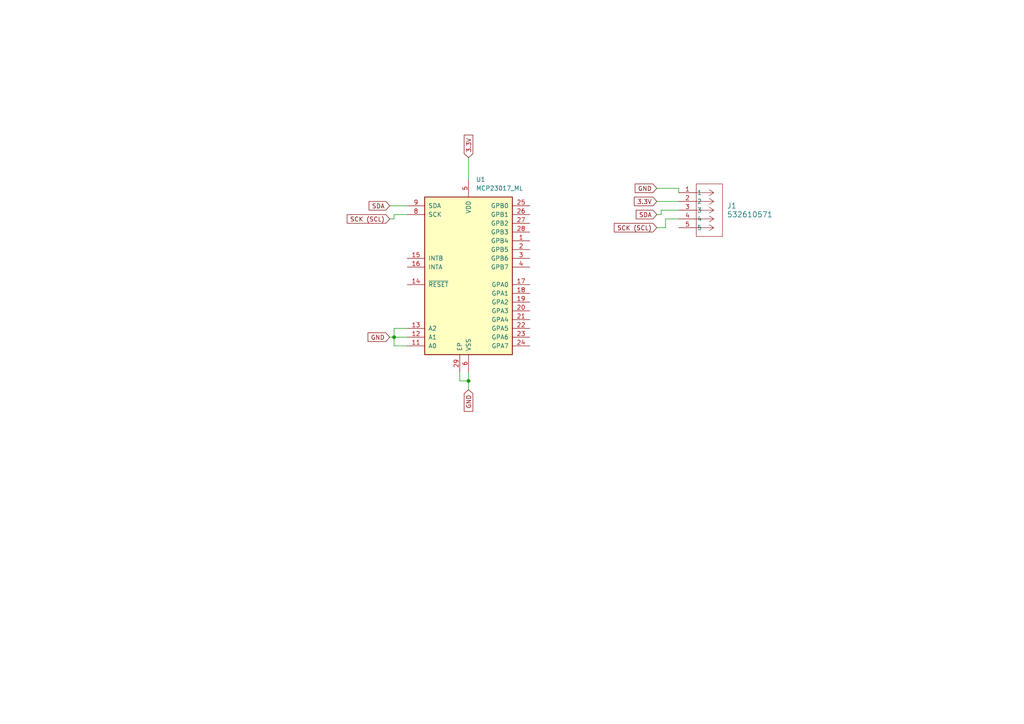
<source format=kicad_sch>
(kicad_sch (version 20250114) (generator "eeschema") (generator_version "9.0")
  (paper "A4")
  (lib_symbols
    (symbol "CONN_532610001-SD_05_MOL:532610571" (pin_names (offset 0.254))
      (property "Reference" "J" (at 8.89 6.35 0))
      (property "Value" "532610571" (at 0 0 0))
      (symbol "532610571_1_1"
        (polyline (pts (xy 5.08 2.54) (xy 5.08 -12.7)) (stroke (width 0.127)))
        (polyline (pts (xy 5.08 -12.7) (xy 12.7 -12.7)) (stroke (width 0.127)))
        (polyline (pts (xy 10.16 0) (xy 5.08 0)) (stroke (width 0.127)))
        (polyline (pts (xy 10.16 0) (xy 8.89 0.8467)) (stroke (width 0.127)))
        (polyline (pts (xy 10.16 0) (xy 8.89 -0.8467)) (stroke (width 0.127)))
        (polyline (pts (xy 10.16 -2.54) (xy 5.08 -2.54)) (stroke (width 0.127)))
        (polyline (pts (xy 10.16 -2.54) (xy 8.89 -1.6933)) (stroke (width 0.127)))
        (polyline (pts (xy 10.16 -2.54) (xy 8.89 -3.3867)) (stroke (width 0.127)))
        (polyline (pts (xy 10.16 -5.08) (xy 5.08 -5.08)) (stroke (width 0.127)))
        (polyline (pts (xy 10.16 -5.08) (xy 8.89 -4.2333)) (stroke (width 0.127)))
        (polyline (pts (xy 10.16 -5.08) (xy 8.89 -5.9267)) (stroke (width 0.127)))
        (polyline (pts (xy 10.16 -7.62) (xy 5.08 -7.62)) (stroke (width 0.127)))
        (polyline (pts (xy 10.16 -7.62) (xy 8.89 -6.7733)) (stroke (width 0.127)))
        (polyline (pts (xy 10.16 -7.62) (xy 8.89 -8.4667)) (stroke (width 0.127)))
        (polyline (pts (xy 10.16 -10.16) (xy 5.08 -10.16)) (stroke (width 0.127)))
        (polyline (pts (xy 10.16 -10.16) (xy 8.89 -9.3133)) (stroke (width 0.127)))
        (polyline (pts (xy 10.16 -10.16) (xy 8.89 -11.0067)) (stroke (width 0.127)))
        (polyline (pts (xy 12.7 2.54) (xy 5.08 2.54)) (stroke (width 0.127)))
        (polyline (pts (xy 12.7 -12.7) (xy 12.7 2.54)) (stroke (width 0.127)))
        (pin unspecified line (at 0 0 0) (length 5.08) (name "1") (number "1"))
        (pin unspecified line (at 0 -2.54 0) (length 5.08) (name "2") (number "2"))
        (pin unspecified line (at 0 -5.08 0) (length 5.08) (name "3") (number "3"))
        (pin unspecified line (at 0 -7.62 0) (length 5.08) (name "4") (number "4"))
        (pin unspecified line (at 0 -10.16 0) (length 5.08) (name "5") (number "5"))
      )
      (symbol "532610571_1_2"
        (polyline (pts (xy 5.08 2.54) (xy 5.08 -12.7)) (stroke (width 0.127)))
        (polyline (pts (xy 5.08 -12.7) (xy 12.7 -12.7)) (stroke (width 0.127)))
        (polyline (pts (xy 7.62 0) (xy 5.08 0)) (stroke (width 0.127)))
        (polyline (pts (xy 7.62 0) (xy 8.89 0.8467)) (stroke (width 0.127)))
        (polyline (pts (xy 7.62 0) (xy 8.89 -0.8467)) (stroke (width 0.127)))
        (polyline (pts (xy 7.62 -2.54) (xy 5.08 -2.54)) (stroke (width 0.127)))
        (polyline (pts (xy 7.62 -2.54) (xy 8.89 -1.6933)) (stroke (width 0.127)))
        (polyline (pts (xy 7.62 -2.54) (xy 8.89 -3.3867)) (stroke (width 0.127)))
        (polyline (pts (xy 7.62 -5.08) (xy 5.08 -5.08)) (stroke (width 0.127)))
        (polyline (pts (xy 7.62 -5.08) (xy 8.89 -4.2333)) (stroke (width 0.127)))
        (polyline (pts (xy 7.62 -5.08) (xy 8.89 -5.9267)) (stroke (width 0.127)))
        (polyline (pts (xy 7.62 -7.62) (xy 5.08 -7.62)) (stroke (width 0.127)))
        (polyline (pts (xy 7.62 -7.62) (xy 8.89 -6.7733)) (stroke (width 0.127)))
        (polyline (pts (xy 7.62 -7.62) (xy 8.89 -8.4667)) (stroke (width 0.127)))
        (polyline (pts (xy 7.62 -10.16) (xy 5.08 -10.16)) (stroke (width 0.127)))
        (polyline (pts (xy 7.62 -10.16) (xy 8.89 -9.3133)) (stroke (width 0.127)))
        (polyline (pts (xy 7.62 -10.16) (xy 8.89 -11.0067)) (stroke (width 0.127)))
        (polyline (pts (xy 12.7 2.54) (xy 5.08 2.54)) (stroke (width 0.127)))
        (polyline (pts (xy 12.7 -12.7) (xy 12.7 2.54)) (stroke (width 0.127)))
        (pin unspecified line (at 0 0 0) (length 5.08) (name "1") (number "1"))
        (pin unspecified line (at 0 -2.54 0) (length 5.08) (name "2") (number "2"))
        (pin unspecified line (at 0 -5.08 0) (length 5.08) (name "3") (number "3"))
        (pin unspecified line (at 0 -7.62 0) (length 5.08) (name "4") (number "4"))
        (pin unspecified line (at 0 -10.16 0) (length 5.08) (name "5") (number "5"))
      )
    )
    (symbol "Interface_Expansion:MCP23017_ML" (pin_names (offset 1.016))
      (property "Reference" "U" (at -11.43 24.13 0))
      (property "Value" "MCP23017_ML" (at 0 0 0))
      (symbol "MCP23017_ML_0_1"
        (rectangle (start -12.7 22.86) (end 12.7 -22.86) (stroke (width 0.254)) (fill (type background)))
      )
      (symbol "MCP23017_ML_1_1"
        (pin bidirectional line (at -17.78 20.32 0) (length 5.08) (name "SDA") (number "9"))
        (pin input line (at -17.78 17.78 0) (length 5.08) (name "SCK") (number "8"))
        (pin tri_state line (at -17.78 5.08 0) (length 5.08) (name "INTB") (number "15"))
        (pin tri_state line (at -17.78 2.54 0) (length 5.08) (name "INTA") (number "16"))
        (pin input line (at -17.78 -2.54 0) (length 5.08) (name "~{RESET}") (number "14"))
        (pin input line (at -17.78 -15.24 0) (length 5.08) (name "A2") (number "13"))
        (pin input line (at -17.78 -17.78 0) (length 5.08) (name "A1") (number "12"))
        (pin input line (at -17.78 -20.32 0) (length 5.08) (name "A0") (number "11"))
        (pin no_connect line (at -12.7 15.24 0) (length 5.08) (hide yes) (name "NC") (number "7"))
        (pin no_connect line (at -12.7 12.7 0) (length 5.08) (hide yes) (name "NC") (number "10"))
        (pin passive line (at -2.54 -27.94 90) (length 5.08) (name "EP") (number "29"))
        (pin power_in line (at 0 27.94 270) (length 5.08) (name "VDD") (number "5"))
        (pin power_in line (at 0 -27.94 90) (length 5.08) (name "VSS") (number "6"))
        (pin bidirectional line (at 17.78 20.32 180) (length 5.08) (name "GPB0") (number "25"))
        (pin bidirectional line (at 17.78 17.78 180) (length 5.08) (name "GPB1") (number "26"))
        (pin bidirectional line (at 17.78 15.24 180) (length 5.08) (name "GPB2") (number "27"))
        (pin bidirectional line (at 17.78 12.7 180) (length 5.08) (name "GPB3") (number "28"))
        (pin bidirectional line (at 17.78 10.16 180) (length 5.08) (name "GPB4") (number "1"))
        (pin bidirectional line (at 17.78 7.62 180) (length 5.08) (name "GPB5") (number "2"))
        (pin bidirectional line (at 17.78 5.08 180) (length 5.08) (name "GPB6") (number "3"))
        (pin output line (at 17.78 2.54 180) (length 5.08) (name "GPB7") (number "4"))
        (pin bidirectional line (at 17.78 -2.54 180) (length 5.08) (name "GPA0") (number "17"))
        (pin bidirectional line (at 17.78 -5.08 180) (length 5.08) (name "GPA1") (number "18"))
        (pin bidirectional line (at 17.78 -7.62 180) (length 5.08) (name "GPA2") (number "19"))
        (pin bidirectional line (at 17.78 -10.16 180) (length 5.08) (name "GPA3") (number "20"))
        (pin bidirectional line (at 17.78 -12.7 180) (length 5.08) (name "GPA4") (number "21"))
        (pin bidirectional line (at 17.78 -15.24 180) (length 5.08) (name "GPA5") (number "22"))
        (pin bidirectional line (at 17.78 -17.78 180) (length 5.08) (name "GPA6") (number "23"))
        (pin output line (at 17.78 -20.32 180) (length 5.08) (name "GPA7") (number "24"))
      )
    )
  )
  (junction (at 135.89 110.49))
  (junction (at 114.3 97.79))
  (wire (pts (xy 190.5 62.23) (xy 191.77 62.23)))
  (wire (pts (xy 191.77 62.23) (xy 191.77 60.96)))
  (wire (pts (xy 114.3 97.79) (xy 118.11 97.79)))
  (wire (pts (xy 190.5 66.04) (xy 193.04 66.04)))
  (wire (pts (xy 113.03 97.79) (xy 114.3 97.79)))
  (wire (pts (xy 118.11 95.25) (xy 114.3 95.25)))
  (wire (pts (xy 118.11 100.33) (xy 114.3 100.33)))
  (wire (pts (xy 114.3 62.23) (xy 114.3 63.5)))
  (wire (pts (xy 118.11 62.23) (xy 114.3 62.23)))
  (wire (pts (xy 113.03 59.69) (xy 118.11 59.69)))
  (wire (pts (xy 190.5 54.61) (xy 196.85 54.61)))
  (wire (pts (xy 113.03 63.5) (xy 114.3 63.5)))
  (wire (pts (xy 196.85 63.5) (xy 193.04 63.5)))
  (wire (pts (xy 135.89 110.49) (xy 135.89 113.03)))
  (wire (pts (xy 191.77 60.96) (xy 196.85 60.96)))
  (wire (pts (xy 135.89 45.72) (xy 135.89 52.07)))
  (wire (pts (xy 135.89 107.95) (xy 135.89 110.49)))
  (wire (pts (xy 114.3 95.25) (xy 114.3 97.79)))
  (wire (pts (xy 193.04 63.5) (xy 193.04 66.04)))
  (wire (pts (xy 133.35 110.49) (xy 135.89 110.49)))
  (wire (pts (xy 133.35 107.95) (xy 133.35 110.49)))
  (wire (pts (xy 114.3 100.33) (xy 114.3 97.79)))
  (wire (pts (xy 190.5 58.42) (xy 196.85 58.42)))
  (wire (pts (xy 196.85 54.61) (xy 196.85 55.88)))
  (global_label "GND" (shape input) (at 113.03 97.79 180) (property "Intersheetrefs" "${INTERSHEET_REFS}" (effects (hide yes))))
  (global_label "SDA" (shape input) (at 190.5 62.23 180) (property "Intersheetrefs" "${INTERSHEET_REFS}" (effects (hide yes))))
  (global_label "SCK (SCL)" (shape input) (at 113.03 63.5 180) (property "Intersheetrefs" "${INTERSHEET_REFS}" (effects (hide yes))))
  (global_label "3.3V" (shape input) (at 135.89 45.72 90) (property "Intersheetrefs" "${INTERSHEET_REFS}" (effects (hide yes))))
  (global_label "SCK (SCL)" (shape input) (at 190.5 66.04 180) (property "Intersheetrefs" "${INTERSHEET_REFS}" (effects (hide yes))))
  (global_label "SDA" (shape input) (at 113.03 59.69 180) (property "Intersheetrefs" "${INTERSHEET_REFS}" (effects (hide yes))))
  (global_label "3.3V" (shape input) (at 190.5 58.42 180) (property "Intersheetrefs" "${INTERSHEET_REFS}" (effects (hide yes))))
  (global_label "GND" (shape input) (at 135.89 113.03 270) (property "Intersheetrefs" "${INTERSHEET_REFS}" (effects (hide yes))))
  (global_label "GND" (shape input) (at 190.5 54.61 180) (property "Intersheetrefs" "${INTERSHEET_REFS}" (effects (hide yes))))
  (symbol (lib_id "CONN_532610001-SD_05_MOL:532610571") (at 196.85 55.88 0) (unit 1)
    (property "Reference" "J1" (at 210.82 59.6899 0) (effects (font (size 1.524 1.524)) (justify left)))
    (property "Value" "532610571" (at 210.82 62.2299 0) (effects (font (size 1.524 1.524)) (justify left)))
    (property "Footprint" "CONN_532610001-SD_05_MOL" (effects (hide yes)))
    (property "Datasheet" "https://www.molex.com/en-us/products/part-detail-pdf/532610571?display=pdf" (effects (hide yes)))
  )
  (symbol (lib_id "Interface_Expansion:MCP23017_ML") (at 135.89 80.01 0) (unit 1)
    (property "Reference" "U1" (at 138.0333 52.07 0) (effects (justify left)))
    (property "Value" "MCP23017_ML" (at 138.0333 54.61 0) (effects (justify left)))
    (property "Footprint" "Package_DFN_QFN:QFN-28-1EP_6x6mm_P0.65mm_EP4.25x4.25mm" (effects (hide yes)))
    (property "Datasheet" "https://ww1.microchip.com/downloads/aemDocuments/documents/APID/ProductDocuments/DataSheets/MCP23017-Data-Sheet-DS20001952.pdf" (effects (hide yes)))
    (property "Description" "16-bit I/O expander, I2C, interrupts, w pull-ups, GPA/B7 output only (https://microchip.my.site.com/s/article/GPA7---GPB7-Cannot-Be-Used-as-Inputs-In-MCP23017), QFN-28" (effects (hide yes)))
  )
)
</source>
